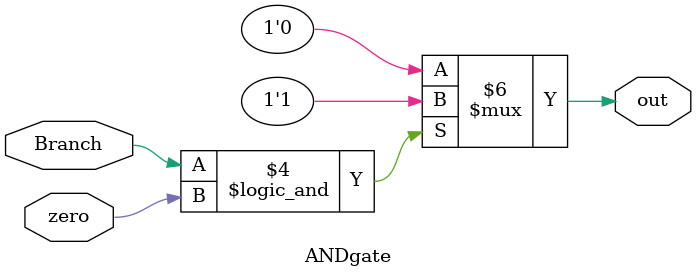
<source format=v>
`timescale 1ns / 1ps


module ANDgate(Branch, zero, out);
    input Branch, zero; 
    output reg out;
    
    always @(*) begin
    if (Branch == 1 && zero == 1) begin
        out = 1; end
    else begin
        out = 0; end
        end
        

endmodule

</source>
